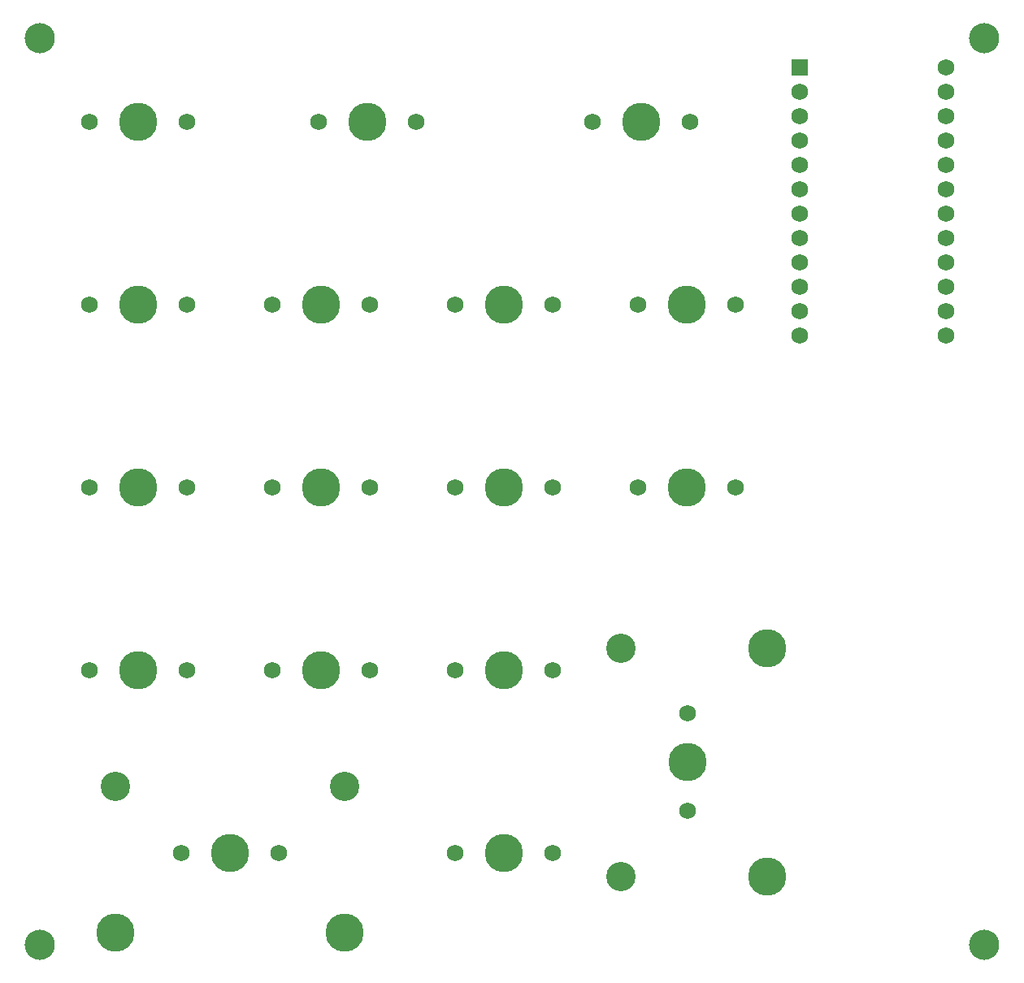
<source format=gbr>
%TF.GenerationSoftware,KiCad,Pcbnew,8.0.2*%
%TF.CreationDate,2024-06-01T15:04:53-05:00*%
%TF.ProjectId,KiCad Numpad,4b694361-6420-44e7-956d-7061642e6b69,rev?*%
%TF.SameCoordinates,Original*%
%TF.FileFunction,Soldermask,Top*%
%TF.FilePolarity,Negative*%
%FSLAX46Y46*%
G04 Gerber Fmt 4.6, Leading zero omitted, Abs format (unit mm)*
G04 Created by KiCad (PCBNEW 8.0.2) date 2024-06-01 15:04:53*
%MOMM*%
%LPD*%
G01*
G04 APERTURE LIST*
%ADD10C,1.750000*%
%ADD11C,3.987800*%
%ADD12C,3.150000*%
%ADD13C,3.048000*%
%ADD14R,1.752600X1.752600*%
%ADD15C,1.752600*%
G04 APERTURE END LIST*
D10*
%TO.C,MX2*%
X123348750Y-79375000D03*
D11*
X128428750Y-79375000D03*
D10*
X133508750Y-79375000D03*
%TD*%
%TO.C,MX11*%
X137606250Y-117475000D03*
D11*
X142686250Y-117475000D03*
D10*
X147766250Y-117475000D03*
%TD*%
D12*
%TO.C,H1*%
X94297500Y-70643750D03*
%TD*%
D10*
%TO.C,MX6*%
X118580000Y-98425000D03*
D11*
X123660000Y-98425000D03*
D10*
X128740000Y-98425000D03*
%TD*%
%TO.C,MX10*%
X118580000Y-117475000D03*
D11*
X123660000Y-117475000D03*
D10*
X128740000Y-117475000D03*
%TD*%
%TO.C,MX3*%
X161840000Y-151192500D03*
D11*
X161840000Y-146112500D03*
D10*
X161840000Y-141032500D03*
%TD*%
%TO.C,MX16*%
X137636250Y-155575000D03*
D11*
X142716250Y-155575000D03*
D10*
X147796250Y-155575000D03*
%TD*%
D12*
%TO.C,H2*%
X192722500Y-70643750D03*
%TD*%
D10*
%TO.C,MX12*%
X156686250Y-98425000D03*
D11*
X161766250Y-98425000D03*
D10*
X166846250Y-98425000D03*
%TD*%
%TO.C,MX9*%
X99536250Y-117475000D03*
D11*
X104616250Y-117475000D03*
D10*
X109696250Y-117475000D03*
%TD*%
%TO.C,MX5*%
X99536250Y-98425000D03*
D11*
X104616250Y-98425000D03*
D10*
X109696250Y-98425000D03*
%TD*%
%TO.C,MX14*%
X118580000Y-136525000D03*
D11*
X123660000Y-136525000D03*
D10*
X128740000Y-136525000D03*
%TD*%
D12*
%TO.C,H3*%
X94297500Y-165100000D03*
%TD*%
D13*
%TO.C,S2*%
X154855000Y-158018750D03*
D11*
X170095000Y-158018750D03*
D13*
X154855000Y-134206250D03*
D11*
X170095000Y-134206250D03*
%TD*%
D10*
%TO.C,MX8*%
X156686250Y-117475000D03*
D11*
X161766250Y-117475000D03*
D10*
X166846250Y-117475000D03*
%TD*%
D14*
%TO.C,U1*%
X173513750Y-73660000D03*
D15*
X173513750Y-76200000D03*
X173513750Y-78740000D03*
X173513750Y-81280000D03*
X173513750Y-83820000D03*
X173513750Y-86360000D03*
X173513750Y-88900000D03*
X173513750Y-91440000D03*
X173513750Y-93980000D03*
X173513750Y-96520000D03*
X173513750Y-99060000D03*
X173513750Y-101600000D03*
X188753750Y-101600000D03*
X188753750Y-99060000D03*
X188753750Y-96520000D03*
X188753750Y-93980000D03*
X188753750Y-91440000D03*
X188753750Y-88900000D03*
X188753750Y-86360000D03*
X188753750Y-83820000D03*
X188753750Y-81280000D03*
X188753750Y-78740000D03*
X188753750Y-76200000D03*
X188753750Y-73660000D03*
%TD*%
D10*
%TO.C,MX7*%
X137606250Y-98425000D03*
D11*
X142686250Y-98425000D03*
D10*
X147766250Y-98425000D03*
%TD*%
%TO.C,MX13*%
X99530000Y-136525000D03*
D11*
X104610000Y-136525000D03*
D10*
X109690000Y-136525000D03*
%TD*%
D12*
%TO.C,H4*%
X192722500Y-165100000D03*
%TD*%
D10*
%TO.C,MX17*%
X109061250Y-155575000D03*
D11*
X114141250Y-155575000D03*
D10*
X119221250Y-155575000D03*
%TD*%
%TO.C,MX1*%
X99536250Y-79375000D03*
D11*
X104616250Y-79375000D03*
D10*
X109696250Y-79375000D03*
%TD*%
%TO.C,MX15*%
X137606250Y-136525000D03*
D11*
X142686250Y-136525000D03*
D10*
X147766250Y-136525000D03*
%TD*%
%TO.C,MX4*%
X151922500Y-79375000D03*
D11*
X157002500Y-79375000D03*
D10*
X162082500Y-79375000D03*
%TD*%
D13*
%TO.C,S3*%
X102235000Y-148590000D03*
D11*
X102235000Y-163830000D03*
D13*
X126047500Y-148590000D03*
D11*
X126047500Y-163830000D03*
%TD*%
M02*

</source>
